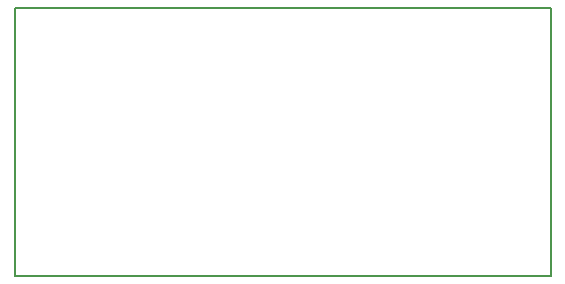
<source format=gbr>
%TF.GenerationSoftware,KiCad,Pcbnew,(6.0.10-0)*%
%TF.CreationDate,2023-02-01T10:43:54-08:00*%
%TF.ProjectId,mosfet_breakout_1.0,6d6f7366-6574-45f6-9272-65616b6f7574,rev?*%
%TF.SameCoordinates,Original*%
%TF.FileFunction,Profile,NP*%
%FSLAX46Y46*%
G04 Gerber Fmt 4.6, Leading zero omitted, Abs format (unit mm)*
G04 Created by KiCad (PCBNEW (6.0.10-0)) date 2023-02-01 10:43:54*
%MOMM*%
%LPD*%
G01*
G04 APERTURE LIST*
%TA.AperFunction,Profile*%
%ADD10C,0.200000*%
%TD*%
G04 APERTURE END LIST*
D10*
X127508000Y-46228000D02*
X172888000Y-46228000D01*
X172888000Y-46228000D02*
X172888000Y-68961000D01*
X172888000Y-68961000D02*
X127508000Y-68961000D01*
X127508000Y-68961000D02*
X127508000Y-46228000D01*
M02*

</source>
